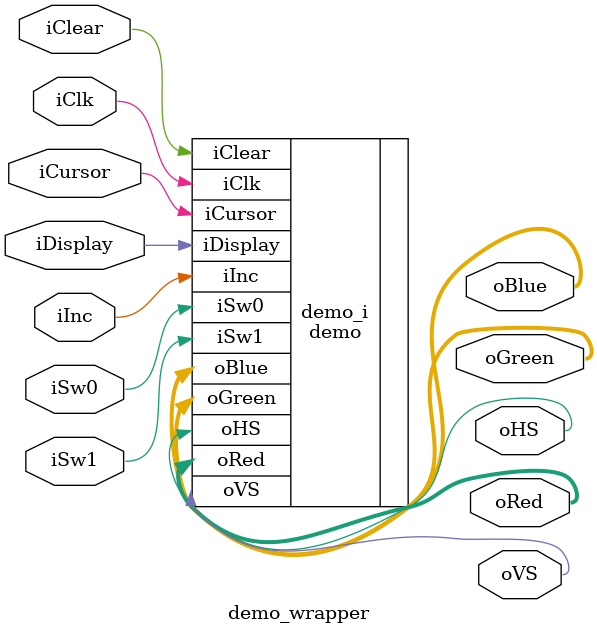
<source format=v>
`timescale 1 ps / 1 ps

module demo_wrapper
   (iClear,
    iClk,
    iCursor,
    iDisplay,
    iInc,
    iSw0,
    iSw1,
    oBlue,
    oGreen,
    oHS,
    oRed,
    oVS);
  input iClear;
  input iClk;
  input iCursor;
  input iDisplay;
  input iInc;
  input iSw0;
  input iSw1;
  output [3:0]oBlue;
  output [3:0]oGreen;
  output oHS;
  output [3:0]oRed;
  output oVS;

  wire iClear;
  wire iClk;
  wire iCursor;
  wire iDisplay;
  wire iInc;
  wire iSw0;
  wire iSw1;
  wire [3:0]oBlue;
  wire [3:0]oGreen;
  wire oHS;
  wire [3:0]oRed;
  wire oVS;

  demo demo_i
       (.iClear(iClear),
        .iClk(iClk),
        .iCursor(iCursor),
        .iDisplay(iDisplay),
        .iInc(iInc),
        .iSw0(iSw0),
        .iSw1(iSw1),
        .oBlue(oBlue),
        .oGreen(oGreen),
        .oHS(oHS),
        .oRed(oRed),
        .oVS(oVS));
endmodule

</source>
